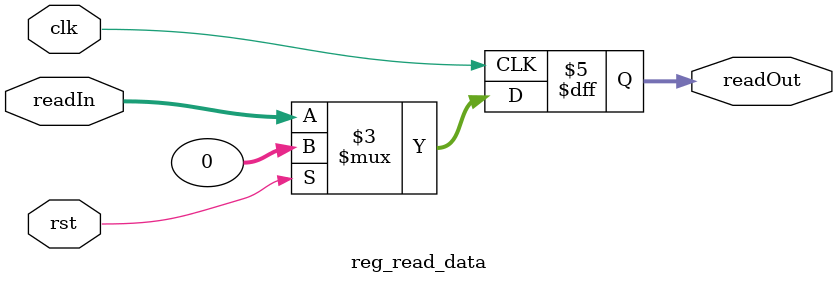
<source format=v>
	   module reg_read_data(
		input clk,
		input rst,
		input [31:0] readIn,
		output reg [31:0] readOut
    );
	 
	always @(posedge clk)
		begin
		if (rst)
			begin
			readOut <= 32'h00000000;
			end
		else
			begin
			readOut <= readIn;
			end
		end
		
endmodule
</source>
